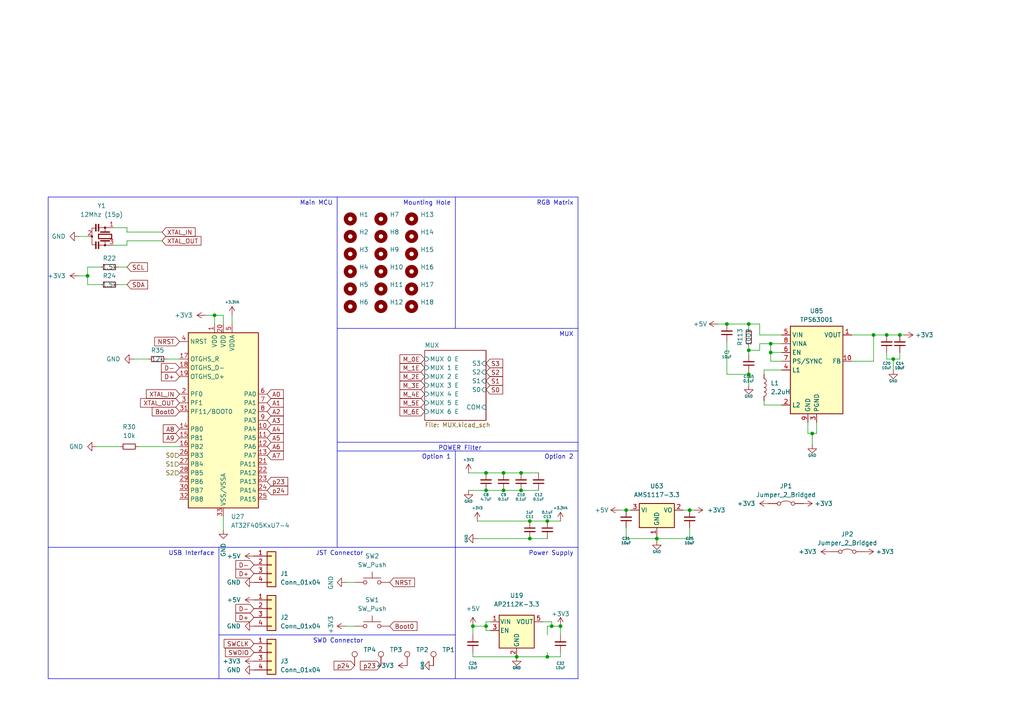
<source format=kicad_sch>
(kicad_sch (version 20231120) (generator "eeschema") (generator_version "8.0")
  (paper "A4")
  (lib_symbols
    (symbol "Connector:TestPoint" (pin_numbers hide) (pin_names (offset 0.762) hide)
      (property "Reference" "TP" (at 0 6.858 0))
      (property "Value" "TestPoint" (at 0 5.08 0))
      (symbol "TestPoint_0_1"
        (circle (center 0 3.302) (radius 0.762))
      )
      (symbol "TestPoint_1_1"
        (pin passive line (at 0 0 90) (length 2.54) (name "1") (number "1"))
      )
    )
    (symbol "Connector_Generic:Conn_01x04" (pin_names (offset 1.016) hide)
      (property "Reference" "J" (at 0 5.08 0))
      (property "Value" "Conn_01x04" (at 0 -7.62 0))
      (symbol "Conn_01x04_1_1"
        (rectangle (start -1.27 -4.953) (end 0 -5.207) (stroke (width 0.1524)))
        (rectangle (start -1.27 -2.413) (end 0 -2.667) (stroke (width 0.1524)))
        (rectangle (start -1.27 0.127) (end 0 -0.127) (stroke (width 0.1524)))
        (rectangle (start -1.27 2.667) (end 0 2.413) (stroke (width 0.1524)))
        (rectangle (start -1.27 3.81) (end 1.27 -6.35) (stroke (width 0.254)) (fill (type background)))
        (pin passive line (at -5.08 2.54 0) (length 3.81) (name "Pin_1") (number "1"))
        (pin passive line (at -5.08 0 0) (length 3.81) (name "Pin_2") (number "2"))
        (pin passive line (at -5.08 -2.54 0) (length 3.81) (name "Pin_3") (number "3"))
        (pin passive line (at -5.08 -5.08 0) (length 3.81) (name "Pin_4") (number "4"))
      )
    )
    (symbol "Device:C_Small" (pin_numbers hide) (pin_names (offset 0.254) hide)
      (property "Reference" "C" (at 0.254 1.778 0))
      (property "Value" "C_Small" (at 0.254 -2.032 0))
      (symbol "C_Small_0_1"
        (polyline (pts (xy -1.524 -0.508) (xy 1.524 -0.508)) (stroke (width 0.3302)))
        (polyline (pts (xy -1.524 0.508) (xy 1.524 0.508)) (stroke (width 0.3048)))
      )
      (symbol "C_Small_1_1"
        (pin passive line (at 0 2.54 270) (length 2.032) (name "~") (number "1"))
        (pin passive line (at 0 -2.54 90) (length 2.032) (name "~") (number "2"))
      )
    )
    (symbol "Device:L" (pin_numbers hide) (pin_names (offset 1.016) hide)
      (property "Reference" "L" (at -1.27 0 90))
      (property "Value" "L" (at 1.905 0 90))
      (symbol "L_0_1"
        (arc (start 0 -2.54) (mid 0.6323 -1.905) (end 0 -1.27))
        (arc (start 0 -1.27) (mid 0.6323 -0.635) (end 0 0))
        (arc (start 0 0) (mid 0.6323 0.635) (end 0 1.27))
        (arc (start 0 1.27) (mid 0.6323 1.905) (end 0 2.54))
      )
      (symbol "L_1_1"
        (pin passive line (at 0 3.81 270) (length 1.27) (name "1") (number "1"))
        (pin passive line (at 0 -3.81 90) (length 1.27) (name "2") (number "2"))
      )
    )
    (symbol "Device:R_Small" (pin_numbers hide) (pin_names (offset 0.254) hide)
      (property "Reference" "R" (at 0.762 0.508 0))
      (property "Value" "R_Small" (at 0.762 -1.016 0))
      (symbol "R_Small_0_1"
        (rectangle (start -0.762 1.778) (end 0.762 -1.778) (stroke (width 0.2032)))
      )
      (symbol "R_Small_1_1"
        (pin passive line (at 0 2.54 270) (length 0.762) (name "~") (number "1"))
        (pin passive line (at 0 -2.54 90) (length 0.762) (name "~") (number "2"))
      )
    )
    (symbol "Device:Resonator_Small" (pin_names (offset 1.016) hide)
      (property "Reference" "Y" (at 3.175 1.905 0))
      (property "Value" "Resonator_Small" (at 3.175 0 0))
      (symbol "Resonator_Small_0_1"
        (rectangle (start -3.556 -2.54) (end -1.524 -2.794) (fill (type outline)))
        (rectangle (start -3.556 -1.778) (end -1.524 -2.032) (fill (type outline)))
        (circle (center -2.54 0) (radius 0.254) (fill (type outline)))
        (rectangle (start -0.635 1.905) (end 0.635 -1.905) (stroke (width 0.3048)))
        (circle (center 0 -3.81) (radius 0.254) (fill (type outline)))
        (polyline (pts (xy -2.54 -1.778) (xy -2.54 0)))
        (polyline (pts (xy -2.54 0) (xy -1.397 0)))
        (polyline (pts (xy -2.54 1.27) (xy -2.54 0)))
        (polyline (pts (xy -1.27 -1.27) (xy -1.27 1.27)) (stroke (width 0.381)))
        (polyline (pts (xy 1.27 -1.27) (xy 1.27 1.27)) (stroke (width 0.381)))
        (polyline (pts (xy 1.27 0) (xy 2.54 0)))
        (polyline (pts (xy 2.54 0) (xy 2.54 -1.778)))
        (polyline (pts (xy 2.54 1.27) (xy 2.54 0)))
        (polyline (pts (xy 2.413 -2.794) (xy 2.413 -3.81) (xy -2.413 -3.81) (xy -2.413 -2.667)))
        (rectangle (start 1.524 -2.54) (end 3.556 -2.794) (fill (type outline)))
        (rectangle (start 1.524 -1.778) (end 3.556 -2.032) (fill (type outline)))
        (circle (center 2.54 0) (radius 0.254) (fill (type outline)))
      )
      (symbol "Resonator_Small_1_1"
        (pin passive line (at -2.54 2.54 270) (length 1.27) (name "1") (number "1"))
        (pin passive line (at 0 -5.08 90) (length 1.27) (name "2") (number "2"))
        (pin passive line (at 2.54 2.54 270) (length 1.27) (name "3") (number "3"))
      )
    )
    (symbol "Jumper:Jumper_2_Bridged" (pin_numbers hide) (pin_names (offset 0) hide) (exclude_from_sim yes)
      (property "Reference" "JP" (at 0 1.905 0))
      (property "Value" "Jumper_2_Bridged" (at 0 -2.54 0))
      (symbol "Jumper_2_Bridged_0_0"
        (circle (center -2.032 0) (radius 0.508))
        (circle (center 2.032 0) (radius 0.508))
      )
      (symbol "Jumper_2_Bridged_0_1"
        (arc (start 1.524 0.254) (mid 0 0.762) (end -1.524 0.254))
      )
      (symbol "Jumper_2_Bridged_1_1"
        (pin passive line (at -5.08 0 0) (length 2.54) (name "A") (number "1"))
        (pin passive line (at 5.08 0 180) (length 2.54) (name "B") (number "2"))
      )
    )
    (symbol "MCU_Artery_AT32F40:AT32F405KxU7-4"
      (property "Reference" "U" (at -10.16 26.67 0))
      (property "Value" "AT32F405KxU7-4" (at 5.08 26.67 0))
      (symbol "AT32F405KxU7-4_0_1"
        (rectangle (start -10.16 25.4) (end 10.16 -25.4) (stroke (width 0.254)) (fill (type background)))
      )
      (symbol "AT32F405KxU7-4_1_1"
        (pin power_in line (at -2.54 27.94 270) (length 2.54) (name "VDD") (number "1"))
        (pin bidirectional line (at 12.7 -2.54 180) (length 2.54) (name "PA4") (number "10"))
        (pin bidirectional line (at 12.7 -5.08 180) (length 2.54) (name "PA5") (number "11"))
        (pin bidirectional line (at 12.7 -7.62 180) (length 2.54) (name "PA6") (number "12"))
        (pin bidirectional line (at 12.7 -10.16 180) (length 2.54) (name "PA7") (number "13"))
        (pin bidirectional line (at -12.7 -2.54 0) (length 2.54) (name "PB0") (number "14"))
        (pin bidirectional line (at -12.7 -5.08 0) (length 2.54) (name "PB1") (number "15"))
        (pin bidirectional line (at -12.7 -7.62 0) (length 2.54) (name "PB2") (number "16"))
        (pin input line (at -12.7 17.78 0) (length 2.54) (name "OTGHS_R") (number "17"))
        (pin bidirectional line (at -12.7 15.24 0) (length 2.54) (name "OTGHS_D-") (number "18"))
        (pin bidirectional line (at -12.7 12.7 0) (length 2.54) (name "OTGHS_D+") (number "19"))
        (pin input line (at -12.7 7.62 0) (length 2.54) (name "PF0") (number "2"))
        (pin power_in line (at 0 27.94 270) (length 2.54) (name "VDD") (number "20"))
        (pin bidirectional line (at 12.7 -12.7 180) (length 2.54) (name "PA11") (number "21"))
        (pin bidirectional line (at 12.7 -15.24 180) (length 2.54) (name "PA12") (number "22"))
        (pin bidirectional line (at 12.7 -17.78 180) (length 2.54) (name "PA13") (number "23"))
        (pin bidirectional line (at 12.7 -20.32 180) (length 2.54) (name "PA14") (number "24"))
        (pin bidirectional line (at 12.7 -22.86 180) (length 2.54) (name "PA15") (number "25"))
        (pin bidirectional line (at -12.7 -10.16 0) (length 2.54) (name "PB3") (number "26"))
        (pin bidirectional line (at -12.7 -12.7 0) (length 2.54) (name "PB4") (number "27"))
        (pin bidirectional line (at -12.7 -15.24 0) (length 2.54) (name "PB5") (number "28"))
        (pin bidirectional line (at -12.7 -17.78 0) (length 2.54) (name "PB6") (number "29"))
        (pin input line (at -12.7 5.08 0) (length 2.54) (name "PF1") (number "3"))
        (pin bidirectional line (at -12.7 -20.32 0) (length 2.54) (name "PB7") (number "30"))
        (pin input line (at -12.7 2.54 0) (length 2.54) (name "PF11/BOOT0") (number "31"))
        (pin bidirectional line (at -12.7 -22.86 0) (length 2.54) (name "PB8") (number "32"))
        (pin power_in line (at 0 -27.94 90) (length 2.54) (name "VSS/VSSA") (number "33"))
        (pin input line (at -12.7 22.86 0) (length 2.54) (name "NRST") (number "4"))
        (pin power_in line (at 2.54 27.94 270) (length 2.54) (name "VDDA") (number "5"))
        (pin bidirectional line (at 12.7 7.62 180) (length 2.54) (name "PA0") (number "6"))
        (pin bidirectional line (at 12.7 5.08 180) (length 2.54) (name "PA1") (number "7"))
        (pin bidirectional line (at 12.7 2.54 180) (length 2.54) (name "PA2") (number "8"))
        (pin bidirectional line (at 12.7 0 180) (length 2.54) (name "PA3") (number "9"))
      )
    )
    (symbol "Mechanical:MountingHole" (pin_names (offset 1.016))
      (property "Reference" "H" (at 0 5.08 0))
      (property "Value" "MountingHole" (at 0 3.175 0))
      (symbol "MountingHole_0_1"
        (circle (center 0 0) (radius 1.27) (stroke (width 1.27)))
      )
    )
    (symbol "Regulator_Linear:AMS1117-3.3"
      (property "Reference" "U" (at -3.81 3.175 0))
      (property "Value" "AMS1117-3.3" (at 0 3.175 0))
      (symbol "AMS1117-3.3_0_1"
        (rectangle (start -5.08 -5.08) (end 5.08 1.905) (stroke (width 0.254)) (fill (type background)))
      )
      (symbol "AMS1117-3.3_1_1"
        (pin power_in line (at 0 -7.62 90) (length 2.54) (name "GND") (number "1"))
        (pin power_out line (at 7.62 0 180) (length 2.54) (name "VO") (number "2"))
        (pin power_in line (at -7.62 0 0) (length 2.54) (name "VI") (number "3"))
      )
    )
    (symbol "Regulator_Linear:AP2112K-3.3" (pin_names (offset 0.254))
      (property "Reference" "U" (at -5.08 5.715 0))
      (property "Value" "AP2112K-3.3" (at 0 5.715 0))
      (symbol "AP2112K-3.3_0_1"
        (rectangle (start -5.08 4.445) (end 5.08 -5.08) (stroke (width 0.254)) (fill (type background)))
      )
      (symbol "AP2112K-3.3_1_1"
        (pin power_in line (at -7.62 2.54 0) (length 2.54) (name "VIN") (number "1"))
        (pin power_in line (at 0 -7.62 90) (length 2.54) (name "GND") (number "2"))
        (pin input line (at -7.62 0 0) (length 2.54) (name "EN") (number "3"))
        (pin no_connect line (at 5.08 0 180) (length 2.54) hide (name "NC") (number "4"))
        (pin power_out line (at 7.62 2.54 180) (length 2.54) (name "VOUT") (number "5"))
      )
    )
    (symbol "Regulator_Switching:TPS63001"
      (property "Reference" "U" (at -7.62 13.97 0))
      (property "Value" "TPS63001" (at 5.08 13.97 0))
      (symbol "TPS63001_0_1"
        (rectangle (start -7.62 12.7) (end 7.62 -12.7) (stroke (width 0.254)) (fill (type background)))
      )
      (symbol "TPS63001_1_1"
        (pin power_out line (at 10.16 10.16 180) (length 2.54) (name "VOUT") (number "1"))
        (pin input line (at 10.16 2.54 180) (length 2.54) (name "FB") (number "10"))
        (pin passive line (at 0 -15.24 90) (length 2.54) hide (name "PGND") (number "11"))
        (pin input line (at -10.16 -10.16 0) (length 2.54) (name "L2") (number "2"))
        (pin power_in line (at 0 -15.24 90) (length 2.54) (name "PGND") (number "3"))
        (pin input line (at -10.16 0 0) (length 2.54) (name "L1") (number "4"))
        (pin power_in line (at -10.16 10.16 0) (length 2.54) (name "VIN") (number "5"))
        (pin input line (at -10.16 5.08 0) (length 2.54) (name "EN") (number "6"))
        (pin input line (at -10.16 2.54 0) (length 2.54) (name "PS/SYNC") (number "7"))
        (pin power_in line (at -10.16 7.62 0) (length 2.54) (name "VINA") (number "8"))
        (pin power_in line (at -2.54 -15.24 90) (length 2.54) (name "GND") (number "9"))
      )
    )
    (symbol "Switch:SW_Push" (pin_numbers hide) (pin_names (offset 1.016) hide)
      (property "Reference" "SW" (at 1.27 2.54 0))
      (property "Value" "SW_Push" (at 0 -1.524 0))
      (symbol "SW_Push_0_1"
        (circle (center -2.032 0) (radius 0.508))
        (polyline (pts (xy 0 1.27) (xy 0 3.048)))
        (polyline (pts (xy 2.54 1.27) (xy -2.54 1.27)))
        (circle (center 2.032 0) (radius 0.508))
        (pin passive line (at -5.08 0 0) (length 2.54) (name "1") (number "1"))
        (pin passive line (at 5.08 0 180) (length 2.54) (name "2") (number "2"))
      )
    )
    (symbol "power:+3.3V" (power) (pin_names (offset 0))
      (property "Value" "+3.3V" (at 0 3.556 0))
      (symbol "+3.3V_0_1"
        (polyline (pts (xy -0.762 1.27) (xy 0 2.54)))
        (polyline (pts (xy 0 0) (xy 0 2.54)))
        (polyline (pts (xy 0 2.54) (xy 0.762 1.27)))
      )
      (symbol "+3.3V_1_1"
        (pin power_in line (at 0 0 90) (length 0) hide (name "+3V3") (number "1"))
      )
    )
    (symbol "power:+3.3VA" (power) (pin_names (offset 0))
      (property "Value" "+3.3VA" (at 0 3.556 0))
      (symbol "+3.3VA_0_1"
        (polyline (pts (xy -0.762 1.27) (xy 0 2.54)))
        (polyline (pts (xy 0 0) (xy 0 2.54)))
        (polyline (pts (xy 0 2.54) (xy 0.762 1.27)))
      )
      (symbol "+3.3VA_1_1"
        (pin power_in line (at 0 0 90) (length 0) hide (name "+3.3VA") (number "1"))
      )
    )
    (symbol "power:+3V3" (power) (pin_names (offset 0))
      (property "Value" "+3V3" (at 0 3.556 0))
      (symbol "+3V3_0_1"
        (polyline (pts (xy -0.762 1.27) (xy 0 2.54)))
        (polyline (pts (xy 0 0) (xy 0 2.54)))
        (polyline (pts (xy 0 2.54) (xy 0.762 1.27)))
      )
      (symbol "+3V3_1_1"
        (pin power_in line (at 0 0 90) (length 0) hide (name "+3V3") (number "1"))
      )
    )
    (symbol "power:+5V" (power) (pin_names (offset 0))
      (property "Value" "+5V" (at 0 3.556 0))
      (symbol "+5V_0_1"
        (polyline (pts (xy -0.762 1.27) (xy 0 2.54)))
        (polyline (pts (xy 0 0) (xy 0 2.54)))
        (polyline (pts (xy 0 2.54) (xy 0.762 1.27)))
      )
      (symbol "+5V_1_1"
        (pin power_in line (at 0 0 90) (length 0) hide (name "+5V") (number "1"))
      )
    )
    (symbol "power:GND" (power) (pin_names (offset 0))
      (property "Value" "GND" (at 0 -3.81 0))
      (symbol "GND_0_1"
        (polyline (pts (xy 0 0) (xy 0 -1.27) (xy 1.27 -1.27) (xy 0 -2.54) (xy -1.27 -1.27) (xy 0 -1.27)))
      )
      (symbol "GND_1_1"
        (pin power_in line (at 0 0 270) (length 0) hide (name "GND") (number "1"))
      )
    )
  )
  (junction (at 151.13 142.24))
  (junction (at 162.56 181.61))
  (junction (at 235.585 125.73))
  (junction (at 140.97 137.16))
  (junction (at 149.86 190.5) (diameter 0.9144))
  (junction (at 153.67 156.21))
  (junction (at 223.52 102.235))
  (junction (at 146.05 137.16))
  (junction (at 259.08 104.14))
  (junction (at 25.4 80.01))
  (junction (at 257.175 97.155))
  (junction (at 62.23 91.44))
  (junction (at 210.82 93.98))
  (junction (at 140.97 142.24))
  (junction (at 158.75 190.5))
  (junction (at 217.17 93.98))
  (junction (at 140.97 181.61))
  (junction (at 153.67 151.13))
  (junction (at 160.02 181.61))
  (junction (at 137.16 181.61))
  (junction (at 260.985 97.155))
  (junction (at 158.75 151.13))
  (junction (at 151.13 137.16))
  (junction (at 217.17 101.6))
  (junction (at 190.5 156.21))
  (junction (at 253.365 97.155))
  (junction (at 146.05 142.24))
  (junction (at 181.61 147.955))
  (junction (at 223.52 99.695))
  (junction (at 217.17 108.585))
  (junction (at 200.025 147.955))
  (wire (pts (xy 27.94 129.54) (xy 34.925 129.54)))
  (wire (pts (xy 22.86 68.58) (xy 25.4 68.58)))
  (wire (pts (xy 157.48 180.34) (xy 160.02 180.34)))
  (wire (pts (xy 140.97 181.61) (xy 137.16 181.61)))
  (wire (pts (xy 135.89 142.24) (xy 140.97 142.24)))
  (wire (pts (xy 208.28 93.98) (xy 210.82 93.98)))
  (polyline (pts (xy 63.5 158.75) (xy 63.5 196.85)))
  (polyline (pts (xy 97.79 128.27) (xy 167.64 128.27)))
  (wire (pts (xy 160.02 181.61) (xy 162.56 181.61)))
  (wire (pts (xy 223.52 99.695) (xy 220.345 99.695)))
  (wire (pts (xy 140.97 142.24) (xy 146.05 142.24)))
  (polyline (pts (xy 13.97 158.75) (xy 167.64 158.75)))
  (wire (pts (xy 140.97 182.88) (xy 140.97 181.61)))
  (wire (pts (xy 217.17 93.98) (xy 217.17 95.25)))
  (polyline (pts (xy 132.08 57.15) (xy 132.08 95.25)))
  (polyline (pts (xy 13.97 196.85) (xy 167.64 196.85)))
  (wire (pts (xy 149.86 190.5) (xy 158.75 190.5)))
  (wire (pts (xy 158.75 189.23) (xy 158.75 190.5)))
  (wire (pts (xy 217.17 108.585) (xy 217.17 111.76)))
  (wire (pts (xy 181.61 153.035) (xy 181.61 156.21)))
  (wire (pts (xy 200.025 147.955) (xy 201.295 147.955)))
  (wire (pts (xy 153.67 151.13) (xy 158.75 151.13)))
  (wire (pts (xy 38.735 104.14) (xy 43.18 104.14)))
  (wire (pts (xy 223.52 104.775) (xy 223.52 102.235)))
  (wire (pts (xy 220.345 99.695) (xy 220.345 101.6)))
  (wire (pts (xy 138.43 156.21) (xy 153.67 156.21)))
  (wire (pts (xy 36.83 71.12) (xy 33.02 71.12)))
  (wire (pts (xy 36.83 69.85) (xy 46.99 69.85)))
  (wire (pts (xy 217.17 101.6) (xy 217.17 102.87)))
  (wire (pts (xy 151.13 137.16) (xy 156.21 137.16)))
  (wire (pts (xy 226.695 99.695) (xy 223.52 99.695)))
  (wire (pts (xy 200.025 153.035) (xy 200.025 156.21)))
  (wire (pts (xy 190.5 156.21) (xy 190.5 156.845)))
  (wire (pts (xy 29.21 82.55) (xy 25.4 82.55)))
  (wire (pts (xy 247.015 104.775) (xy 253.365 104.775)))
  (wire (pts (xy 142.24 180.34) (xy 140.97 180.34)))
  (polyline (pts (xy 97.79 95.25) (xy 167.64 95.25)))
  (wire (pts (xy 220.345 97.155) (xy 220.345 93.98)))
  (wire (pts (xy 257.175 104.14) (xy 259.08 104.14)))
  (wire (pts (xy 179.705 147.955) (xy 181.61 147.955)))
  (wire (pts (xy 146.05 142.24) (xy 151.13 142.24)))
  (wire (pts (xy 257.175 97.155) (xy 260.985 97.155)))
  (wire (pts (xy 64.77 91.44) (xy 62.23 91.44)))
  (wire (pts (xy 40.005 129.54) (xy 52.07 129.54)))
  (wire (pts (xy 146.05 137.16) (xy 151.13 137.16)))
  (wire (pts (xy 102.87 181.61) (xy 100.33 181.61)))
  (wire (pts (xy 158.75 184.15) (xy 158.75 181.61)))
  (wire (pts (xy 220.345 93.98) (xy 217.17 93.98)))
  (wire (pts (xy 64.77 149.86) (xy 64.77 153.67)))
  (wire (pts (xy 137.16 189.23) (xy 137.16 190.5)))
  (wire (pts (xy 137.16 181.61) (xy 137.16 184.15)))
  (wire (pts (xy 160.02 180.34) (xy 160.02 181.61)))
  (wire (pts (xy 36.83 66.04) (xy 33.02 66.04)))
  (wire (pts (xy 226.695 107.315) (xy 221.615 107.315)))
  (wire (pts (xy 140.97 137.16) (xy 146.05 137.16)))
  (wire (pts (xy 158.75 151.13) (xy 162.56 151.13)))
  (wire (pts (xy 223.52 102.235) (xy 223.52 99.695)))
  (wire (pts (xy 226.695 117.475) (xy 221.615 117.475)))
  (wire (pts (xy 102.87 168.91) (xy 100.33 168.91)))
  (wire (pts (xy 181.61 156.21) (xy 190.5 156.21)))
  (wire (pts (xy 210.82 99.06) (xy 210.82 108.585)))
  (wire (pts (xy 260.985 102.235) (xy 260.985 104.14)))
  (wire (pts (xy 210.82 108.585) (xy 217.17 108.585)))
  (wire (pts (xy 235.585 125.73) (xy 235.585 128.905)))
  (wire (pts (xy 138.43 151.13) (xy 153.67 151.13)))
  (wire (pts (xy 200.025 156.21) (xy 190.5 156.21)))
  (wire (pts (xy 67.31 91.44) (xy 67.31 93.98)))
  (wire (pts (xy 259.08 104.14) (xy 259.08 107.315)))
  (wire (pts (xy 34.29 77.47) (xy 36.83 77.47)))
  (wire (pts (xy 210.82 93.98) (xy 217.17 93.98)))
  (wire (pts (xy 234.315 125.73) (xy 235.585 125.73)))
  (wire (pts (xy 223.52 102.235) (xy 226.695 102.235)))
  (wire (pts (xy 48.26 104.14) (xy 52.07 104.14)))
  (wire (pts (xy 140.97 180.34) (xy 140.97 181.61)))
  (wire (pts (xy 36.83 69.85) (xy 36.83 71.12)))
  (wire (pts (xy 181.61 147.955) (xy 182.88 147.955)))
  (wire (pts (xy 226.695 97.155) (xy 220.345 97.155)))
  (polyline (pts (xy 97.79 57.15) (xy 97.79 158.75)))
  (wire (pts (xy 221.615 107.315) (xy 221.615 108.585)))
  (wire (pts (xy 234.315 122.555) (xy 234.315 125.73)))
  (wire (pts (xy 235.585 125.73) (xy 236.855 125.73)))
  (wire (pts (xy 253.365 97.155) (xy 257.175 97.155)))
  (polyline (pts (xy 132.08 130.81) (xy 132.08 196.85)))
  (polyline (pts (xy 13.97 57.15) (xy 167.64 57.15)))
  (wire (pts (xy 135.89 137.16) (xy 140.97 137.16)))
  (wire (pts (xy 36.83 67.31) (xy 46.99 67.31)))
  (wire (pts (xy 22.86 80.01) (xy 25.4 80.01)))
  (polyline (pts (xy 13.97 57.15) (xy 13.97 196.85)))
  (wire (pts (xy 64.77 93.98) (xy 64.77 91.44)))
  (wire (pts (xy 149.86 190.5) (xy 137.16 190.5)))
  (wire (pts (xy 62.23 91.44) (xy 62.23 93.98)))
  (wire (pts (xy 257.175 102.235) (xy 257.175 104.14)))
  (wire (pts (xy 226.695 104.775) (xy 223.52 104.775)))
  (polyline (pts (xy 97.79 130.81) (xy 167.64 130.81)))
  (wire (pts (xy 59.69 91.44) (xy 62.23 91.44)))
  (wire (pts (xy 221.615 117.475) (xy 221.615 116.205)))
  (wire (pts (xy 162.56 181.61) (xy 162.56 184.15)))
  (wire (pts (xy 151.13 142.24) (xy 156.21 142.24)))
  (wire (pts (xy 142.24 182.88) (xy 140.97 182.88)))
  (wire (pts (xy 25.4 82.55) (xy 25.4 80.01)))
  (wire (pts (xy 236.855 122.555) (xy 236.855 125.73)))
  (wire (pts (xy 260.985 104.14) (xy 259.08 104.14)))
  (wire (pts (xy 220.345 101.6) (xy 217.17 101.6)))
  (wire (pts (xy 29.21 77.47) (xy 25.4 77.47)))
  (wire (pts (xy 153.67 156.21) (xy 158.75 156.21)))
  (wire (pts (xy 217.17 107.95) (xy 217.17 108.585)))
  (polyline (pts (xy 167.64 57.15) (xy 167.64 196.85)))
  (wire (pts (xy 217.17 100.33) (xy 217.17 101.6)))
  (wire (pts (xy 162.56 189.23) (xy 162.56 190.5)))
  (wire (pts (xy 253.365 104.775) (xy 253.365 97.155)))
  (wire (pts (xy 36.83 67.31) (xy 36.83 66.04)))
  (wire (pts (xy 260.985 97.155) (xy 262.255 97.155)))
  (wire (pts (xy 158.75 181.61) (xy 160.02 181.61)))
  (wire (pts (xy 158.75 190.5) (xy 162.56 190.5)))
  (polyline (pts (xy 63.5 184.15) (xy 132.08 184.15)))
  (wire (pts (xy 25.4 77.47) (xy 25.4 80.01)))
  (wire (pts (xy 34.29 82.55) (xy 36.83 82.55)))
  (wire (pts (xy 198.12 147.955) (xy 200.025 147.955)))
  (wire (pts (xy 190.5 155.575) (xy 190.5 156.21)))
  (wire (pts (xy 247.015 97.155) (xy 253.365 97.155)))
  (text "JST Connector" (at 105.41 161.29 0) (effects (font (size 1.27 1.27)) (justify right bottom)))
  (text "Option 1" (at 130.81 133.35 0) (effects (font (size 1.27 1.27)) (justify right bottom)))
  (text "Main MCU" (at 96.52 59.69 0) (effects (font (size 1.27 1.27)) (justify right bottom)))
  (text "MUX" (at 166.37 97.79 0) (effects (font (size 1.27 1.27)) (justify right bottom)))
  (text "Power Supply" (at 166.37 161.29 0) (effects (font (size 1.27 1.27)) (justify right bottom)))
  (text "SWD Connector" (at 105.41 186.69 0) (effects (font (size 1.27 1.27)) (justify right bottom)))
  (text "Option 2" (at 166.37 133.35 0) (effects (font (size 1.27 1.27)) (justify right bottom)))
  (text "USB Interface" (at 62.23 161.29 0) (effects (font (size 1.27 1.27)) (justify right bottom)))
  (text "Mounting Hole" (at 130.81 59.69 0) (effects (font (size 1.27 1.27)) (justify right bottom)))
  (text "POWER Filter" (at 139.7 130.81 0) (effects (font (size 1.27 1.27)) (justify right bottom)))
  (text "RGB Matrix" (at 166.37 59.69 0) (effects (font (size 1.27 1.27)) (justify right bottom)))
  (global_label "p23" (shape input) (at 77.47 139.7 0) (property "Intersheetrefs" "${INTERSHEET_REFS}" (effects (hide yes))))
  (global_label "SDA" (shape input) (at 36.83 82.55 0) (property "Intersheetrefs" "${INTERSHEET_REFS}" (effects (hide yes))))
  (global_label "A1" (shape input) (at 77.47 116.84 0) (property "Intersheetrefs" "${INTERSHEET_REFS}" (effects (hide yes))))
  (global_label "A4" (shape input) (at 77.47 124.46 0) (property "Intersheetrefs" "${INTERSHEET_REFS}" (effects (hide yes))))
  (global_label "XTAL_IN" (shape input) (at 46.99 67.31 0) (property "Intersheetrefs" "${INTERSHEET_REFS}" (effects (hide yes))))
  (global_label "NRST" (shape input) (at 52.07 99.06 180) (property "Intersheetrefs" "${INTERSHEET_REFS}" (effects (hide yes))))
  (global_label "M_5E" (shape input) (at 123.19 116.84 180) (property "Intersheetrefs" "${INTERSHEET_REFS}" (effects (hide yes))))
  (global_label "p23" (shape input) (at 110.49 193.04 180) (property "Intersheetrefs" "${INTERSHEET_REFS}" (effects (hide yes))))
  (global_label "A2" (shape input) (at 77.47 119.38 0) (property "Intersheetrefs" "${INTERSHEET_REFS}" (effects (hide yes))))
  (global_label "M_3E" (shape input) (at 123.19 111.76 180) (property "Intersheetrefs" "${INTERSHEET_REFS}" (effects (hide yes))))
  (global_label "A8" (shape input) (at 52.07 124.46 180) (property "Intersheetrefs" "${INTERSHEET_REFS}" (effects (hide yes))))
  (global_label "A9" (shape input) (at 52.07 127 180) (property "Intersheetrefs" "${INTERSHEET_REFS}" (effects (hide yes))))
  (global_label "S3" (shape input) (at 140.97 105.41 0) (property "Intersheetrefs" "${INTERSHEET_REFS}" (effects (hide yes))))
  (global_label "A7" (shape input) (at 77.47 132.08 0) (property "Intersheetrefs" "${INTERSHEET_REFS}" (effects (hide yes))))
  (global_label "M_2E" (shape input) (at 123.19 109.22 180) (property "Intersheetrefs" "${INTERSHEET_REFS}" (effects (hide yes))))
  (global_label "p24" (shape input) (at 77.47 142.24 0) (property "Intersheetrefs" "${INTERSHEET_REFS}" (effects (hide yes))))
  (global_label "NRST" (shape input) (at 113.03 168.91 0) (property "Intersheetrefs" "${INTERSHEET_REFS}" (effects (hide yes))))
  (global_label "Boot0" (shape input) (at 52.07 119.38 180) (property "Intersheetrefs" "${INTERSHEET_REFS}" (effects (hide yes))))
  (global_label "SCL" (shape input) (at 36.83 77.47 0) (property "Intersheetrefs" "${INTERSHEET_REFS}" (effects (hide yes))))
  (global_label "SWCLK" (shape input) (at 73.66 186.69 180) (property "Intersheetrefs" "${INTERSHEET_REFS}" (effects (hide yes))))
  (global_label "XTAL_OUT" (shape input) (at 52.07 116.84 180) (property "Intersheetrefs" "${INTERSHEET_REFS}" (effects (hide yes))))
  (global_label "A6" (shape input) (at 77.47 129.54 0) (property "Intersheetrefs" "${INTERSHEET_REFS}" (effects (hide yes))))
  (global_label "SWDIO" (shape input) (at 73.66 189.23 180) (property "Intersheetrefs" "${INTERSHEET_REFS}" (effects (hide yes))))
  (global_label "Boot0" (shape input) (at 113.03 181.61 0) (property "Intersheetrefs" "${INTERSHEET_REFS}" (effects (hide yes))))
  (global_label "M_0E" (shape input) (at 123.19 104.14 180) (property "Intersheetrefs" "${INTERSHEET_REFS}" (effects (hide yes))))
  (global_label "S0" (shape input) (at 140.97 113.03 0) (property "Intersheetrefs" "${INTERSHEET_REFS}" (effects (hide yes))))
  (global_label "D+" (shape input) (at 73.66 179.07 180) (property "Intersheetrefs" "${INTERSHEET_REFS}" (effects (hide yes))))
  (global_label "M_4E" (shape input) (at 123.19 114.3 180) (property "Intersheetrefs" "${INTERSHEET_REFS}" (effects (hide yes))))
  (global_label "S1" (shape input) (at 140.97 110.49 0) (property "Intersheetrefs" "${INTERSHEET_REFS}" (effects (hide yes))))
  (global_label "XTAL_IN" (shape input) (at 52.07 114.3 180) (property "Intersheetrefs" "${INTERSHEET_REFS}" (effects (hide yes))))
  (global_label "D-" (shape input) (at 73.66 176.53 180) (property "Intersheetrefs" "${INTERSHEET_REFS}" (effects (hide yes))))
  (global_label "XTAL_OUT" (shape input) (at 46.99 69.85 0) (property "Intersheetrefs" "${INTERSHEET_REFS}" (effects (hide yes))))
  (global_label "D-" (shape input) (at 52.07 106.68 180) (property "Intersheetrefs" "${INTERSHEET_REFS}" (effects (hide yes))))
  (global_label "A3" (shape input) (at 77.47 121.92 0) (property "Intersheetrefs" "${INTERSHEET_REFS}" (effects (hide yes))))
  (global_label "D+" (shape input) (at 73.66 166.37 180) (property "Intersheetrefs" "${INTERSHEET_REFS}" (effects (hide yes))))
  (global_label "D-" (shape input) (at 73.66 163.83 180) (property "Intersheetrefs" "${INTERSHEET_REFS}" (effects (hide yes))))
  (global_label "A5" (shape input) (at 77.47 127 0) (property "Intersheetrefs" "${INTERSHEET_REFS}" (effects (hide yes))))
  (global_label "A0" (shape input) (at 77.47 114.3 0) (property "Intersheetrefs" "${INTERSHEET_REFS}" (effects (hide yes))))
  (global_label "S2" (shape input) (at 140.97 107.95 0) (property "Intersheetrefs" "${INTERSHEET_REFS}" (effects (hide yes))))
  (global_label "M_1E" (shape input) (at 123.19 106.68 180) (property "Intersheetrefs" "${INTERSHEET_REFS}" (effects (hide yes))))
  (global_label "p24" (shape input) (at 102.87 193.04 180) (property "Intersheetrefs" "${INTERSHEET_REFS}" (effects (hide yes))))
  (global_label "D+" (shape input) (at 52.07 109.22 180) (property "Intersheetrefs" "${INTERSHEET_REFS}" (effects (hide yes))))
  (global_label "M_6E" (shape input) (at 123.19 119.38 180) (property "Intersheetrefs" "${INTERSHEET_REFS}" (effects (hide yes))))
  (hierarchical_label "S0" (shape input) (at 52.07 132.08 180))
  (hierarchical_label "S2" (shape input) (at 52.07 137.16 180))
  (hierarchical_label "S1" (shape input) (at 52.07 134.62 180))
  (symbol (lib_id "Connector_Generic:Conn_01x04") (at 78.74 189.23 0) (unit 1)
    (property "Reference" "J3" (at 81.28 191.77 0) (effects (justify left)))
    (property "Value" "Conn_01x04" (at 81.28 194.31 0) (effects (justify left)))
    (property "Footprint" "Connector_PinHeader_2.54mm:PinHeader_1x04_P2.54mm_Vertical" (effects (hide yes)))
  )
  (symbol (lib_id "Device:R_Small") (at 45.72 104.14 270) (unit 1)
    (property "Reference" "R35" (at 45.72 101.6 90))
    (property "Value" "12k" (at 45.72 104.14 90))
    (property "Footprint" "Common_Footprint:R_0402" (effects (hide yes)))
  )
  (symbol (lib_id "Device:C_Small") (at 140.97 139.7 180) (unit 1)
    (property "Reference" "C8" (at 140.97 143.51 0) (effects (font (size 0.762 0.762))))
    (property "Value" "4.7uF" (at 140.97 144.78 0) (effects (font (size 0.762 0.762))))
    (property "Footprint" "Common_Footprint:C_0402" (effects (hide yes)))
  )
  (symbol (lib_id "Connector_Generic:Conn_01x04") (at 78.74 163.83 0) (unit 1)
    (property "Reference" "J1" (at 81.28 166.37 0) (effects (justify left)))
    (property "Value" "Conn_01x04" (at 81.28 168.91 0) (effects (justify left)))
    (property "Footprint" "sanproject-keyboard-part:JST-SR-4" (effects (hide yes)))
  )
  (symbol (lib_id "power:GND") (at 64.77 153.67 0) (unit 1)
    (property "Reference" "#PWR012" (effects (hide yes)))
    (property "Value" "GND" (at 64.77 157.48 90) (effects (justify right)))
  )
  (symbol (lib_id "Device:C_Small") (at 151.13 139.7 180) (unit 1)
    (property "Reference" "C10" (at 151.13 143.51 0) (effects (font (size 0.762 0.762))))
    (property "Value" "0.1uF" (at 151.13 144.78 0) (effects (font (size 0.762 0.762))))
    (property "Footprint" "Common_Footprint:C_0402" (effects (hide yes)))
  )
  (symbol (lib_id "Mechanical:MountingHole") (at 119.38 63.5 0) (unit 1)
    (property "Reference" "H13" (at 121.92 62.23 0) (effects (justify left)))
    (property "Value" "MountingHole" (effects (hide yes)))
    (property "Footprint" "MountingHole:MountingHole_2.2mm_M2_DIN965_Pad" (effects (hide yes)))
  )
  (symbol (lib_id "Device:R_Small") (at 37.465 129.54 270) (unit 1)
    (property "Reference" "R30" (at 37.465 123.825 90))
    (property "Value" "10k" (at 37.465 126.365 90))
    (property "Footprint" "Common_Footprint:R_0402" (effects (hide yes)))
  )
  (symbol (lib_id "Mechanical:MountingHole") (at 110.49 68.58 0) (unit 1)
    (property "Reference" "H8" (at 113.03 67.31 0) (effects (justify left)))
    (property "Value" "MountingHole" (effects (hide yes)))
    (property "Footprint" "MountingHole:MountingHole_2.2mm_M2_DIN965_Pad" (effects (hide yes)))
  )
  (symbol (lib_id "Mechanical:MountingHole") (at 101.6 68.58 0) (unit 1)
    (property "Reference" "H2" (at 104.14 67.31 0) (effects (justify left)))
    (property "Value" "MountingHole" (effects (hide yes)))
    (property "Footprint" "MountingHole:MountingHole_2.2mm_M2_DIN965_Pad" (effects (hide yes)))
  )
  (symbol (lib_id "power:GND") (at 235.585 128.905 0) (unit 1)
    (property "Reference" "#PWR0168" (effects (hide yes)))
    (property "Value" "GND" (at 235.585 132.08 0) (effects (font (size 0.762 0.762))))
  )
  (symbol (lib_id "Mechanical:MountingHole") (at 119.38 68.58 0) (unit 1)
    (property "Reference" "H14" (at 121.92 67.31 0) (effects (justify left)))
    (property "Value" "MountingHole" (effects (hide yes)))
    (property "Footprint" "MountingHole:MountingHole_2.2mm_M2_DIN965_Pad" (effects (hide yes)))
  )
  (symbol (lib_id "Device:C_Small") (at 217.17 105.41 180) (unit 1)
    (property "Reference" "C165" (at 217.17 109.22 0) (effects (font (size 0.762 0.762))))
    (property "Value" "0.1uF" (at 217.17 110.49 0) (effects (font (size 0.762 0.762))))
    (property "Footprint" "Capacitor_SMD:C_0402_1005Metric" (effects (hide yes)))
  )
  (symbol (lib_id "Mechanical:MountingHole") (at 110.49 83.82 0) (unit 1)
    (property "Reference" "H11" (at 113.03 82.55 0) (effects (justify left)))
    (property "Value" "MountingHole" (effects (hide yes)))
    (property "Footprint" "MountingHole:MountingHole_2.2mm_M2_DIN965_Pad" (effects (hide yes)))
  )
  (symbol (lib_id "power:+3.3V") (at 240.665 160.02 90) (unit 1)
    (property "Reference" "#PWR084" (effects (hide yes)))
    (property "Value" "+3V3" (at 236.855 160.0199 90) (effects (justify left)))
  )
  (symbol (lib_id "power:+3.3V") (at 222.885 146.05 90) (unit 1)
    (property "Reference" "#PWR061" (effects (hide yes)))
    (property "Value" "+3V3" (at 219.075 146.0499 90) (effects (justify left)))
  )
  (symbol (lib_id "Device:C_Small") (at 260.985 99.695 180) (unit 1)
    (property "Reference" "C14" (at 260.985 105.41 0) (effects (font (size 0.762 0.762))))
    (property "Value" "10uF" (at 260.985 106.68 0) (effects (font (size 0.762 0.762))))
    (property "Footprint" "Common_Footprint:C_0402" (effects (hide yes)))
  )
  (symbol (lib_id "power:+3V3") (at 100.33 181.61 90) (unit 1)
    (property "Reference" "#PWR077" (effects (hide yes)))
    (property "Value" "+3V3" (at 95.9358 181.229 0))
  )
  (symbol (lib_id "Mechanical:MountingHole") (at 110.49 88.9 0) (unit 1)
    (property "Reference" "H12" (at 113.03 87.63 0) (effects (justify left)))
    (property "Value" "MountingHole" (effects (hide yes)))
    (property "Footprint" "MountingHole:MountingHole_2.2mm_M2_DIN965_Pad" (effects (hide yes)))
  )
  (symbol (lib_id "Mechanical:MountingHole") (at 101.6 78.74 0) (unit 1)
    (property "Reference" "H4" (at 104.14 77.47 0) (effects (justify left)))
    (property "Value" "MountingHole" (effects (hide yes)))
    (property "Footprint" "MountingHole:MountingHole_2.2mm_M2_DIN965_Pad" (effects (hide yes)))
  )
  (symbol (lib_id "power:GND") (at 38.735 104.14 270) (unit 1)
    (property "Reference" "#PWR0156" (effects (hide yes)))
    (property "Value" "GND" (at 34.925 104.14 90) (effects (justify right)))
  )
  (symbol (lib_id "power:+3V3") (at 59.69 91.44 90) (unit 1)
    (property "Reference" "#PWR010" (effects (hide yes)))
    (property "Value" "+3V3" (at 55.88 91.44 90) (effects (justify left)))
  )
  (symbol (lib_id "power:+3.3V") (at 162.56 181.61 0) (unit 1)
    (property "Reference" "#PWR031" (effects (hide yes)))
    (property "Value" "+3V3" (at 162.56 178.0626 0))
  )
  (symbol (lib_id "Mechanical:MountingHole") (at 119.38 88.9 0) (unit 1)
    (property "Reference" "H18" (at 121.92 87.63 0) (effects (justify left)))
    (property "Value" "MountingHole" (effects (hide yes)))
    (property "Footprint" "MountingHole:MountingHole_2.2mm_M2_DIN965_Pad" (effects (hide yes)))
  )
  (symbol (lib_id "Device:R_Small") (at 31.75 77.47 270) (unit 1)
    (property "Reference" "R22" (at 31.75 74.93 90))
    (property "Value" "1.5k" (at 31.75 77.47 90))
    (property "Footprint" "Common_Footprint:R_0402" (effects (hide yes)))
  )
  (symbol (lib_id "Device:C_Small") (at 153.67 153.67 0) (unit 1)
    (property "Reference" "C11" (at 153.67 149.86 0) (effects (font (size 0.762 0.762))))
    (property "Value" "1uF" (at 153.67 148.59 0) (effects (font (size 0.762 0.762))))
    (property "Footprint" "Common_Footprint:C_0402" (effects (hide yes)))
  )
  (symbol (lib_id "Mechanical:MountingHole") (at 110.49 63.5 0) (unit 1)
    (property "Reference" "H7" (at 113.03 62.23 0) (effects (justify left)))
    (property "Value" "MountingHole" (effects (hide yes)))
    (property "Footprint" "MountingHole:MountingHole_2.2mm_M2_DIN965_Pad" (effects (hide yes)))
  )
  (symbol (lib_id "Device:C_Small") (at 158.75 153.67 0) (unit 1)
    (property "Reference" "C13" (at 158.75 149.86 0) (effects (font (size 0.762 0.762))))
    (property "Value" "0.1uF" (at 158.75 148.59 0) (effects (font (size 0.762 0.762))))
    (property "Footprint" "Common_Footprint:C_0402" (effects (hide yes)))
  )
  (symbol (lib_id "power:+3.3V") (at 201.295 147.955 270) (unit 1)
    (property "Reference" "#PWR041" (effects (hide yes)))
    (property "Value" "+3V3" (at 205.105 147.9549 90) (effects (justify left)))
  )
  (symbol (lib_id "MCU_Artery_AT32F40:AT32F405KxU7-4") (at 64.77 121.92 0) (unit 1)
    (property "Reference" "U27" (at 66.9641 149.86 0) (effects (justify left)))
    (property "Value" "AT32F405KxU7-4" (at 66.9641 152.4 0) (effects (justify left)))
    (property "Footprint" "Package_DFN_QFN:QFN-32-1EP_4x4mm_P0.4mm_EP2.9x2.9mm_ThermalVias" (effects (hide yes)))
    (property "Datasheet" "https://www.arterytek.com/download/DS/DS_AT32F405_402_V2.00_EN.pdf" (effects (hide yes)))
    (property "Description" "ARM Cortex-M4F MCU, 128 ~ 256KB flash, 70 ~ 102KB RAM, 216MHz, 2.4-3.6V, 25 GPIO, QFN-32" (effects (hide yes)))
  )
  (symbol (lib_id "Switch:SW_Push") (at 107.95 168.91 0) (unit 1)
    (property "Reference" "SW2" (at 107.95 161.29 0))
    (property "Value" "SW_Push" (at 107.95 163.83 0))
    (property "Footprint" "Button_Switch_SMD:SW_Push_SPST_NO_Alps_SKRK" (effects (hide yes)))
  )
  (symbol (lib_id "power:+3.3V") (at 233.045 146.05 270) (unit 1)
    (property "Reference" "#PWR066" (effects (hide yes)))
    (property "Value" "+3V3" (at 236.22 146.0499 90) (effects (justify left)))
  )
  (symbol (lib_id "Mechanical:MountingHole") (at 101.6 83.82 0) (unit 1)
    (property "Reference" "H5" (at 104.14 82.55 0) (effects (justify left)))
    (property "Value" "MountingHole" (effects (hide yes)))
    (property "Footprint" "MountingHole:MountingHole_2.2mm_M2_DIN965_Pad" (effects (hide yes)))
  )
  (symbol (lib_id "Connector:TestPoint") (at 110.49 193.04 0) (unit 1)
    (property "Reference" "TP3" (at 113.03 188.468 0) (effects (justify left)))
    (property "Value" "TestPoint" (effects (hide yes)))
    (property "Footprint" "TestPoint:TestPoint_Pad_D1.0mm" (effects (hide yes)))
  )
  (symbol (lib_id "Mechanical:MountingHole") (at 119.38 78.74 0) (unit 1)
    (property "Reference" "H16" (at 121.92 77.47 0) (effects (justify left)))
    (property "Value" "MountingHole" (effects (hide yes)))
    (property "Footprint" "MountingHole:MountingHole_2.2mm_M2_DIN965_Pad" (effects (hide yes)))
  )
  (symbol (lib_id "Regulator_Switching:TPS63001") (at 236.855 107.315 0) (unit 1)
    (property "Reference" "U85" (at 236.855 90.17 0))
    (property "Value" "TPS63001" (at 236.855 92.71 0))
    (property "Footprint" "Package_SON:Texas_DRC0010J_ThermalVias" (effects (hide yes)))
    (property "Datasheet" "http://www.ti.com/lit/ds/symlink/tps63000.pdf" (effects (hide yes)))
    (property "Description" "Buck-Boost Converter, 1.8-5.5V Input Voltage, 1.7A Switch Current, 3.3V Output Voltage, VSON-10" (effects (hide yes)))
  )
  (symbol (lib_id "Mechanical:MountingHole") (at 110.49 78.74 0) (unit 1)
    (property "Reference" "H10" (at 113.03 77.47 0) (effects (justify left)))
    (property "Value" "MountingHole" (effects (hide yes)))
    (property "Footprint" "MountingHole:MountingHole_2.2mm_M2_DIN965_Pad" (effects (hide yes)))
  )
  (symbol (lib_id "power:GND") (at 138.43 156.21 270) (unit 1)
    (property "Reference" "#PWR027" (effects (hide yes)))
    (property "Value" "GND" (at 135.255 156.21 0) (effects (font (size 0.762 0.762))))
  )
  (symbol (lib_id "Mechanical:MountingHole") (at 119.38 83.82 0) (unit 1)
    (property "Reference" "H17" (at 121.92 82.55 0) (effects (justify left)))
    (property "Value" "MountingHole" (effects (hide yes)))
    (property "Footprint" "MountingHole:MountingHole_2.2mm_M2_DIN965_Pad" (effects (hide yes)))
  )
  (symbol (lib_id "Device:C_Small") (at 137.16 186.69 180) (unit 1)
    (property "Reference" "C26" (at 137.16 192.405 0) (effects (font (size 0.762 0.762))))
    (property "Value" "10uF" (at 137.16 193.675 0) (effects (font (size 0.762 0.762))))
    (property "Footprint" "Common_Footprint:C_0402" (effects (hide yes)))
  )
  (symbol (lib_id "power:+5V") (at 73.66 173.99 90) (unit 1)
    (property "Reference" "#PWR015" (effects (hide yes)))
    (property "Value" "+5V" (at 69.85 173.99 90) (effects (justify left)))
  )
  (symbol (lib_id "power:GND") (at 135.89 142.24 0) (unit 1)
    (property "Reference" "#PWR024" (effects (hide yes)))
    (property "Value" "GND" (at 135.89 145.415 0) (effects (font (size 0.762 0.762))))
  )
  (symbol (lib_id "Connector:TestPoint") (at 125.73 193.04 0) (unit 1)
    (property "Reference" "TP1" (at 128.27 188.468 0) (effects (justify left)))
    (property "Value" "TestPoint" (effects (hide yes)))
    (property "Footprint" "TestPoint:TestPoint_Pad_D1.0mm" (effects (hide yes)))
  )
  (symbol (lib_id "power:+5V") (at 208.28 93.98 90) (unit 1)
    (property "Reference" "#PWR0174" (effects (hide yes)))
    (property "Value" "+5V" (at 205.105 93.9799 90) (effects (justify left)))
  )
  (symbol (lib_id "power:GND") (at 73.66 194.31 270) (unit 1)
    (property "Reference" "#PWR018" (effects (hide yes)))
    (property "Value" "GND" (at 69.85 194.31 90) (effects (justify right)))
  )
  (symbol (lib_id "Mechanical:MountingHole") (at 101.6 88.9 0) (unit 1)
    (property "Reference" "H6" (at 104.14 87.63 0) (effects (justify left)))
    (property "Value" "MountingHole" (effects (hide yes)))
    (property "Footprint" "MountingHole:MountingHole_2.2mm_M2_DIN965_Pad" (effects (hide yes)))
  )
  (symbol (lib_id "Device:C_Small") (at 162.56 186.69 180) (unit 1)
    (property "Reference" "C32" (at 162.56 192.405 0) (effects (font (size 0.762 0.762))))
    (property "Value" "10uF" (at 162.56 193.675 0) (effects (font (size 0.762 0.762))))
    (property "Footprint" "Common_Footprint:C_0402" (effects (hide yes)))
  )
  (symbol (lib_id "power:GND") (at 100.33 168.91 270) (unit 1)
    (property "Reference" "#PWR071" (effects (hide yes)))
    (property "Value" "GND" (at 95.9358 169.037 0))
  )
  (symbol (lib_id "Device:C_Small") (at 257.175 99.695 180) (unit 1)
    (property "Reference" "C20" (at 257.175 105.41 0) (effects (font (size 0.762 0.762))))
    (property "Value" "10uF" (at 257.175 106.68 0) (effects (font (size 0.762 0.762))))
    (property "Footprint" "Common_Footprint:C_0402" (effects (hide yes)))
  )
  (symbol (lib_id "power:GND") (at 73.66 168.91 270) (unit 1)
    (property "Reference" "#PWR014" (effects (hide yes)))
    (property "Value" "GND" (at 69.85 168.91 90) (effects (justify right)))
  )
  (symbol (lib_id "power:+3.3V") (at 262.255 97.155 270) (unit 1)
    (property "Reference" "#PWR0175" (effects (hide yes)))
    (property "Value" "+3V3" (at 265.43 97.1549 90) (effects (justify left)))
  )
  (symbol (lib_id "Device:Resonator_Small") (at 30.48 68.58 270) (unit 1)
    (property "Reference" "Y1" (at 29.4767 59.69 90))
    (property "Value" "12Mhz (15p)" (at 29.4767 62.23 90))
    (property "Footprint" "Crystal:Resonator_SMD_Murata_CSTxExxV-3Pin_3.0x1.1mm" (effects (hide yes)))
  )
  (symbol (lib_id "power:+3.3V") (at 135.89 137.16 0) (unit 1)
    (property "Reference" "#PWR023" (effects (hide yes)))
    (property "Value" "+3V3" (at 135.89 133.35 0) (effects (font (size 0.762 0.762))))
  )
  (symbol (lib_id "power:GND") (at 190.5 156.845 0) (unit 1)
    (property "Reference" "#PWR042" (effects (hide yes)))
    (property "Value" "GND" (at 190.5 160.02 0) (effects (font (size 0.762 0.762))))
  )
  (symbol (lib_id "power:+3.3V") (at 250.825 160.02 270) (unit 1)
    (property "Reference" "#PWR0127" (effects (hide yes)))
    (property "Value" "+3V3" (at 254 160.0199 90) (effects (justify left)))
  )
  (symbol (lib_id "Device:C_Small") (at 156.21 139.7 180) (unit 1)
    (property "Reference" "C12" (at 156.21 143.51 0) (effects (font (size 0.762 0.762))))
    (property "Value" "0.1uF" (at 156.21 144.78 0) (effects (font (size 0.762 0.762))))
    (property "Footprint" "Common_Footprint:C_0402" (effects (hide yes)))
    (property "LCSC" "C52923" (effects (hide yes)))
  )
  (symbol (lib_id "Regulator_Linear:AP2112K-3.3") (at 149.86 182.88 0) (unit 1)
    (property "Reference" "U19" (at 149.86 172.72 0))
    (property "Value" "AP2112K-3.3" (at 149.86 175.26 0))
    (property "Footprint" "Package_TO_SOT_SMD:SOT-23-5" (effects (hide yes)))
    (property "Datasheet" "https://www.diodes.com/assets/Datasheets/AP2112.pdf" (effects (hide yes)))
  )
  (symbol (lib_id "Regulator_Linear:AMS1117-3.3") (at 190.5 147.955 0) (unit 1)
    (property "Reference" "U63" (at 190.5 140.97 0))
    (property "Value" "AMS1117-3.3" (at 190.5 143.51 0))
    (property "Footprint" "Package_TO_SOT_SMD:SOT-223-3_TabPin2" (effects (hide yes)))
    (property "Datasheet" "http://www.advanced-monolithic.com/pdf/ds1117.pdf" (effects (hide yes)))
    (property "Description" "1A Low Dropout regulator, positive, 3.3V fixed output, SOT-223" (effects (hide yes)))
  )
  (symbol (lib_id "power:GND") (at 125.73 193.04 270) (unit 1)
    (property "Reference" "#PWR043" (effects (hide yes)))
    (property "Value" "GND" (at 122.555 193.04 0) (effects (font (size 0.762 0.762))))
  )
  (symbol (lib_id "power:GND") (at 149.86 190.5 0) (unit 1)
    (property "Reference" "#PWR029" (effects (hide yes)))
    (property "Value" "GND" (at 149.86 193.675 0) (effects (font (size 0.762 0.762))))
  )
  (symbol (lib_id "Connector_Generic:Conn_01x04") (at 78.74 176.53 0) (unit 1)
    (property "Reference" "J2" (at 81.28 179.07 0) (effects (justify left)))
    (property "Value" "Conn_01x04" (at 81.28 181.61 0) (effects (justify left)))
    (property "Footprint" "sanproject-keyboard-part:JST-SR-4" (effects (hide yes)))
  )
  (symbol (lib_id "power:+5V") (at 73.66 161.29 90) (unit 1)
    (property "Reference" "#PWR013" (effects (hide yes)))
    (property "Value" "+5V" (at 69.85 161.29 90) (effects (justify left)))
  )
  (symbol (lib_id "power:GND") (at 27.94 129.54 270) (unit 1)
    (property "Reference" "#PWR0120" (effects (hide yes)))
    (property "Value" "GND" (at 24.13 129.54 90) (effects (justify right)))
  )
  (symbol (lib_id "power:+3.3V") (at 138.43 151.13 0) (unit 1)
    (property "Reference" "#PWR026" (effects (hide yes)))
    (property "Value" "+3V3" (at 138.43 147.32 0) (effects (font (size 0.762 0.762))))
  )
  (symbol (lib_id "Device:R_Small") (at 31.75 82.55 270) (unit 1)
    (property "Reference" "R24" (at 31.75 80.01 90))
    (property "Value" "1.5k" (at 31.75 82.55 90))
    (property "Footprint" "Common_Footprint:R_0402" (effects (hide yes)))
  )
  (symbol (lib_id "Jumper:Jumper_2_Bridged") (at 227.965 146.05 0) (unit 1) (exclude_from_sim yes)
    (property "Reference" "JP1" (at 227.965 140.97 0))
    (property "Value" "Jumper_2_Bridged" (at 227.965 143.51 0))
    (property "Footprint" "Jumper:SolderJumper-2_P1.3mm_Open_RoundedPad1.0x1.5mm" (effects (hide yes)))
    (property "Description" "Jumper, 2-pole, closed/bridged" (effects (hide yes)))
  )
  (symbol (lib_id "power:+3V3") (at 22.86 80.01 90) (unit 1)
    (property "Reference" "#PWR065" (effects (hide yes)))
    (property "Value" "+3V3" (at 19.05 80.01 90) (effects (justify left)))
  )
  (symbol (lib_id "power:GND") (at 73.66 181.61 270) (unit 1)
    (property "Reference" "#PWR016" (effects (hide yes)))
    (property "Value" "GND" (at 69.85 181.61 90) (effects (justify right)))
  )
  (symbol (lib_id "power:+3.3VA") (at 162.56 151.13 0) (unit 1)
    (property "Reference" "#PWR032" (effects (hide yes)))
    (property "Value" "+3.3VA" (at 162.56 147.32 0) (effects (font (size 0.762 0.762))))
  )
  (symbol (lib_id "Device:C_Small") (at 200.025 150.495 180) (unit 1)
    (property "Reference" "C25" (at 200.025 156.21 0) (effects (font (size 0.762 0.762))))
    (property "Value" "10uF" (at 200.025 157.48 0) (effects (font (size 0.762 0.762))))
    (property "Footprint" "Common_Footprint:C_0402" (effects (hide yes)))
  )
  (symbol (lib_id "power:+3.3V") (at 118.11 193.04 90) (unit 1)
    (property "Reference" "#PWR020" (effects (hide yes)))
    (property "Value" "+3V3" (at 114.3 193.0399 90) (effects (justify left)))
  )
  (symbol (lib_id "Mechanical:MountingHole") (at 119.38 73.66 0) (unit 1)
    (property "Reference" "H15" (at 121.92 72.39 0) (effects (justify left)))
    (property "Value" "MountingHole" (effects (hide yes)))
    (property "Footprint" "MountingHole:MountingHole_2.2mm_M2_DIN965_Pad" (effects (hide yes)))
  )
  (symbol (lib_id "power:GND") (at 259.08 107.315 0) (unit 1)
    (property "Reference" "#PWR048" (effects (hide yes)))
    (property "Value" "GND" (at 259.08 110.49 0) (effects (font (size 0.762 0.762))))
  )
  (symbol (lib_id "Switch:SW_Push") (at 107.95 181.61 0) (mirror y) (unit 1)
    (property "Reference" "SW1" (at 107.95 173.99 0))
    (property "Value" "SW_Push" (at 107.95 176.53 0))
    (property "Footprint" "Button_Switch_SMD:SW_Push_SPST_NO_Alps_SKRK" (effects (hide yes)))
  )
  (symbol (lib_id "Device:C_Small") (at 181.61 150.495 180) (unit 1)
    (property "Reference" "C21" (at 181.61 156.21 0) (effects (font (size 0.762 0.762))))
    (property "Value" "10uF" (at 181.61 157.48 0) (effects (font (size 0.762 0.762))))
    (property "Footprint" "Common_Footprint:C_0402" (effects (hide yes)))
  )
  (symbol (lib_id "power:+5V") (at 179.705 147.955 90) (unit 1)
    (property "Reference" "#PWR040" (effects (hide yes)))
    (property "Value" "+5V" (at 176.53 147.9549 90) (effects (justify left)))
  )
  (symbol (lib_id "power:+5V") (at 137.16 181.61 0) (unit 1)
    (property "Reference" "#PWR025" (effects (hide yes)))
    (property "Value" "+5V" (at 137.16 176.53 0))
  )
  (symbol (lib_id "Jumper:Jumper_2_Bridged") (at 245.745 160.02 0) (unit 1) (exclude_from_sim yes)
    (property "Reference" "JP2" (at 245.745 154.94 0))
    (property "Value" "Jumper_2_Bridged" (at 245.745 157.48 0))
    (property "Footprint" "Jumper:SolderJumper-2_P1.3mm_Open_RoundedPad1.0x1.5mm" (effects (hide yes)))
    (property "Description" "Jumper, 2-pole, closed/bridged" (effects (hide yes)))
  )
  (symbol (lib_id "Connector:TestPoint") (at 102.87 193.04 0) (unit 1)
    (property "Reference" "TP4" (at 105.41 188.468 0) (effects (justify left)))
    (property "Value" "TestPoint" (effects (hide yes)))
    (property "Footprint" "TestPoint:TestPoint_Pad_D1.0mm" (effects (hide yes)))
  )
  (symbol (lib_id "power:GND") (at 217.17 111.76 0) (unit 1)
    (property "Reference" "#PWR0169" (effects (hide yes)))
    (property "Value" "GND" (at 217.17 114.935 0) (effects (font (size 0.762 0.762))))
  )
  (symbol (lib_id "power:GND") (at 22.86 68.58 270) (unit 1)
    (property "Reference" "#PWR01" (effects (hide yes)))
    (property "Value" "GND" (at 19.05 68.58 90) (effects (justify right)))
  )
  (symbol (lib_id "power:+3V3") (at 73.66 191.77 90) (unit 1)
    (property "Reference" "#PWR017" (effects (hide yes)))
    (property "Value" "+3V3" (at 69.85 191.77 90) (effects (justify left)))
  )
  (symbol (lib_id "Device:R_Small") (at 217.17 97.79 0) (unit 1)
    (property "Reference" "R113" (at 214.63 97.79 90))
    (property "Value" "100R" (at 217.17 97.79 90))
    (property "Footprint" "Resistor_SMD:R_0402_1005Metric" (effects (hide yes)))
  )
  (symbol (lib_id "Mechanical:MountingHole") (at 101.6 73.66 0) (unit 1)
    (property "Reference" "H3" (at 104.14 72.39 0) (effects (justify left)))
    (property "Value" "MountingHole" (effects (hide yes)))
    (property "Footprint" "MountingHole:MountingHole_2.2mm_M2_DIN965_Pad" (effects (hide yes)))
  )
  (symbol (lib_id "Device:C_Small") (at 210.82 96.52 180) (unit 1)
    (property "Reference" "C7" (at 210.82 102.235 0) (effects (font (size 0.762 0.762))))
    (property "Value" "10uF" (at 210.82 103.505 0) (effects (font (size 0.762 0.762))))
    (property "Footprint" "Common_Footprint:C_0402" (effects (hide yes)))
  )
  (symbol (lib_id "Device:L") (at 221.615 112.395 0) (unit 1)
    (property "Reference" "L1" (at 223.52 111.1249 0) (effects (justify left)))
    (property "Value" "2.2uH" (at 223.52 113.6649 0) (effects (justify left)))
    (property "Footprint" "Inductor_SMD:L_TDK_NLV25_2.5x2.0mm" (effects (hide yes)))
    (property "Description" "Inductor" (effects (hide yes)))
  )
  (symbol (lib_id "Mechanical:MountingHole") (at 110.49 73.66 0) (unit 1)
    (property "Reference" "H9" (at 113.03 72.39 0) (effects (justify left)))
    (property "Value" "MountingHole" (effects (hide yes)))
    (property "Footprint" "MountingHole:MountingHole_2.2mm_M2_DIN965_Pad" (effects (hide yes)))
  )
  (symbol (lib_id "Connector:TestPoint") (at 118.11 193.04 0) (unit 1)
    (property "Reference" "TP2" (at 120.65 188.468 0) (effects (justify left)))
    (property "Value" "TestPoint" (effects (hide yes)))
    (property "Footprint" "TestPoint:TestPoint_Pad_D1.0mm" (effects (hide yes)))
  )
  (symbol (lib_id "power:+3.3VA") (at 67.31 91.44 0) (unit 1)
    (property "Reference" "#PWR011" (effects (hide yes)))
    (property "Value" "+3.3VA" (at 67.31 87.63 0) (effects (font (size 0.762 0.762))))
  )
  (symbol (lib_id "Mechanical:MountingHole") (at 101.6 63.5 0) (unit 1)
    (property "Reference" "H1" (at 104.14 62.23 0) (effects (justify left)))
    (property "Value" "MountingHole" (effects (hide yes)))
    (property "Footprint" "MountingHole:MountingHole_2.2mm_M2_DIN965_Pad" (effects (hide yes)))
  )
  (symbol (lib_id "Device:C_Small") (at 146.05 139.7 180) (unit 1)
    (property "Reference" "C9" (at 146.05 143.51 0) (effects (font (size 0.762 0.762))))
    (property "Value" "0.1uF" (at 146.05 144.78 0) (effects (font (size 0.762 0.762))))
    (property "Footprint" "Common_Footprint:C_0402" (effects (hide yes)))
  )
  (sheet (at 123.19 101.6) (size 17.78 20.32) (stroke (width 0.1524))
    (property "Sheetname" "MUX" (at 123.19 100.8884 0) (effects (justify left bottom)))
    (property "Sheetfile" "MUX.kicad_sch" (at 123.19 122.5046 0) (effects (justify left top)))
    (pin "MUX 4 E" input (at 123.19 114.3 180))
    (pin "MUX 1 E" input (at 123.19 106.68 180))
    (pin "S2" input (at 140.97 107.95 0))
    (pin "S3" input (at 140.97 105.41 0))
    (pin "COM" input (at 140.97 118.11 0))
    (pin "S0" input (at 140.97 113.03 0))
    (pin "S1" input (at 140.97 110.49 0))
    (pin "MUX 5 E" input (at 123.19 116.84 180))
    (pin "MUX 2 E" input (at 123.19 109.22 180))
    (pin "MUX 3 E" input (at 123.19 111.76 180))
    (pin "MUX 0 E" input (at 123.19 104.14 180))
    (pin "MUX 6 E" input (at 123.19 119.38 180))
  )
)
</source>
